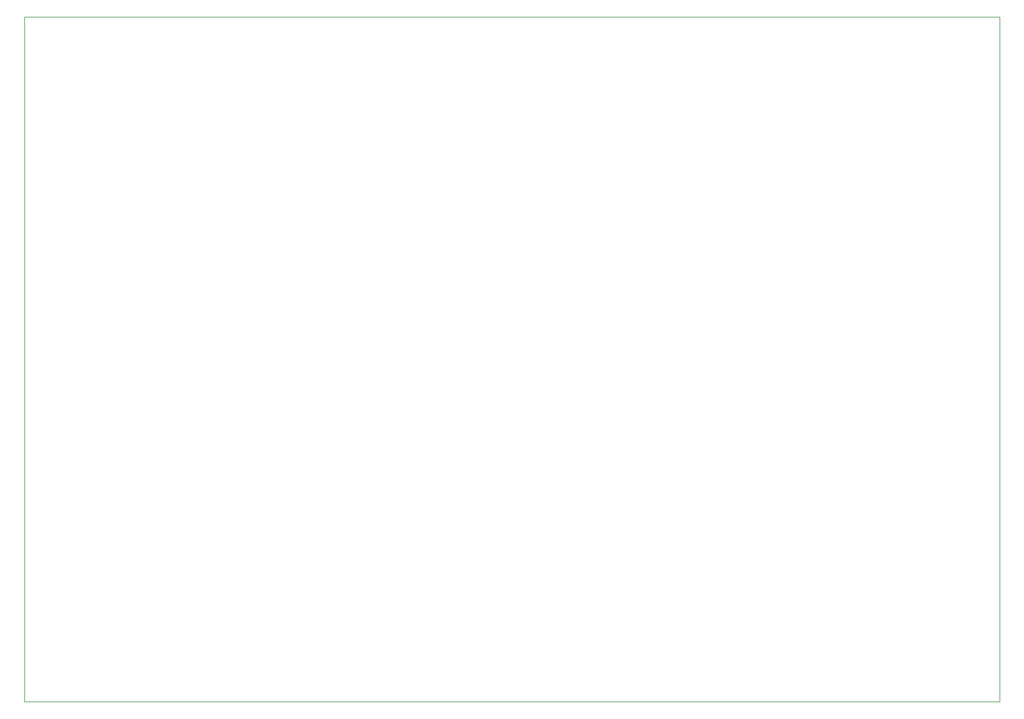
<source format=gbr>
G04 #@! TF.GenerationSoftware,KiCad,Pcbnew,(6.0.5)*
G04 #@! TF.CreationDate,2022-06-05T13:27:19-04:00*
G04 #@! TF.ProjectId,PB_16,50425f31-362e-46b6-9963-61645f706362,v2.2*
G04 #@! TF.SameCoordinates,Original*
G04 #@! TF.FileFunction,Other,User*
%FSLAX46Y46*%
G04 Gerber Fmt 4.6, Leading zero omitted, Abs format (unit mm)*
G04 Created by KiCad (PCBNEW (6.0.5)) date 2022-06-05 13:27:19*
%MOMM*%
%LPD*%
G01*
G04 APERTURE LIST*
G04 #@! TA.AperFunction,Profile*
%ADD10C,0.050000*%
G04 #@! TD*
G04 APERTURE END LIST*
D10*
X214228800Y-152889360D02*
X214228800Y-52996240D01*
X72128800Y-52996240D02*
X72128800Y-152889360D01*
X214228800Y-52996240D02*
X72128800Y-52996240D01*
X214228800Y-152889360D02*
X72128800Y-152889360D01*
M02*

</source>
